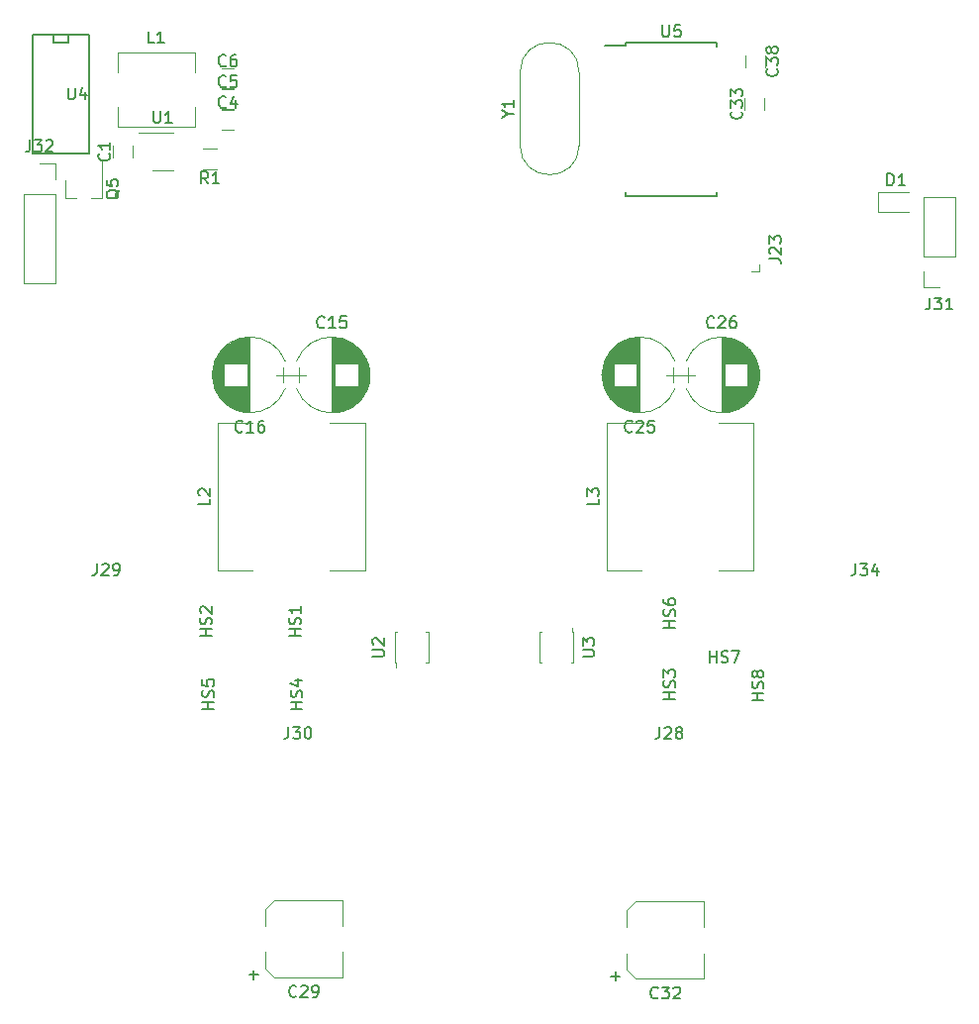
<source format=gto>
G04 #@! TF.GenerationSoftware,KiCad,Pcbnew,(5.0.0)*
G04 #@! TF.CreationDate,2018-12-05T00:13:52-06:00*
G04 #@! TF.ProjectId,0002-ATX,303030322D4154582E6B696361645F70,0000*
G04 #@! TF.SameCoordinates,Original*
G04 #@! TF.FileFunction,Legend,Top*
G04 #@! TF.FilePolarity,Positive*
%FSLAX46Y46*%
G04 Gerber Fmt 4.6, Leading zero omitted, Abs format (unit mm)*
G04 Created by KiCad (PCBNEW (5.0.0)) date 12/05/18 00:13:52*
%MOMM*%
%LPD*%
G01*
G04 APERTURE LIST*
%ADD10C,0.120000*%
%ADD11C,0.150000*%
G04 APERTURE END LIST*
D10*
G04 #@! TO.C,C15*
X142316820Y-87593864D02*
G75*
G03X136281518Y-87593000I-3017820J-1179136D01*
G01*
X142316820Y-89952136D02*
G75*
G02X136281518Y-89953000I-3017820J1179136D01*
G01*
X142316820Y-89952136D02*
G75*
G03X142316482Y-87593000I-3017820J1179136D01*
G01*
X139299000Y-85573000D02*
X139299000Y-91973000D01*
X139339000Y-85573000D02*
X139339000Y-91973000D01*
X139379000Y-85573000D02*
X139379000Y-91973000D01*
X139419000Y-85575000D02*
X139419000Y-91971000D01*
X139459000Y-85576000D02*
X139459000Y-91970000D01*
X139499000Y-85579000D02*
X139499000Y-91967000D01*
X139539000Y-85581000D02*
X139539000Y-91965000D01*
X139579000Y-85585000D02*
X139579000Y-87793000D01*
X139579000Y-89753000D02*
X139579000Y-91961000D01*
X139619000Y-85588000D02*
X139619000Y-87793000D01*
X139619000Y-89753000D02*
X139619000Y-91958000D01*
X139659000Y-85593000D02*
X139659000Y-87793000D01*
X139659000Y-89753000D02*
X139659000Y-91953000D01*
X139699000Y-85597000D02*
X139699000Y-87793000D01*
X139699000Y-89753000D02*
X139699000Y-91949000D01*
X139739000Y-85603000D02*
X139739000Y-87793000D01*
X139739000Y-89753000D02*
X139739000Y-91943000D01*
X139779000Y-85608000D02*
X139779000Y-87793000D01*
X139779000Y-89753000D02*
X139779000Y-91938000D01*
X139819000Y-85615000D02*
X139819000Y-87793000D01*
X139819000Y-89753000D02*
X139819000Y-91931000D01*
X139859000Y-85621000D02*
X139859000Y-87793000D01*
X139859000Y-89753000D02*
X139859000Y-91925000D01*
X139899000Y-85629000D02*
X139899000Y-87793000D01*
X139899000Y-89753000D02*
X139899000Y-91917000D01*
X139939000Y-85636000D02*
X139939000Y-87793000D01*
X139939000Y-89753000D02*
X139939000Y-91910000D01*
X139979000Y-85645000D02*
X139979000Y-87793000D01*
X139979000Y-89753000D02*
X139979000Y-91901000D01*
X140020000Y-85654000D02*
X140020000Y-87793000D01*
X140020000Y-89753000D02*
X140020000Y-91892000D01*
X140060000Y-85663000D02*
X140060000Y-87793000D01*
X140060000Y-89753000D02*
X140060000Y-91883000D01*
X140100000Y-85673000D02*
X140100000Y-87793000D01*
X140100000Y-89753000D02*
X140100000Y-91873000D01*
X140140000Y-85683000D02*
X140140000Y-87793000D01*
X140140000Y-89753000D02*
X140140000Y-91863000D01*
X140180000Y-85694000D02*
X140180000Y-87793000D01*
X140180000Y-89753000D02*
X140180000Y-91852000D01*
X140220000Y-85706000D02*
X140220000Y-87793000D01*
X140220000Y-89753000D02*
X140220000Y-91840000D01*
X140260000Y-85718000D02*
X140260000Y-87793000D01*
X140260000Y-89753000D02*
X140260000Y-91828000D01*
X140300000Y-85731000D02*
X140300000Y-87793000D01*
X140300000Y-89753000D02*
X140300000Y-91815000D01*
X140340000Y-85744000D02*
X140340000Y-87793000D01*
X140340000Y-89753000D02*
X140340000Y-91802000D01*
X140380000Y-85758000D02*
X140380000Y-87793000D01*
X140380000Y-89753000D02*
X140380000Y-91788000D01*
X140420000Y-85772000D02*
X140420000Y-87793000D01*
X140420000Y-89753000D02*
X140420000Y-91774000D01*
X140460000Y-85787000D02*
X140460000Y-87793000D01*
X140460000Y-89753000D02*
X140460000Y-91759000D01*
X140500000Y-85803000D02*
X140500000Y-87793000D01*
X140500000Y-89753000D02*
X140500000Y-91743000D01*
X140540000Y-85819000D02*
X140540000Y-87793000D01*
X140540000Y-89753000D02*
X140540000Y-91727000D01*
X140580000Y-85836000D02*
X140580000Y-87793000D01*
X140580000Y-89753000D02*
X140580000Y-91710000D01*
X140620000Y-85854000D02*
X140620000Y-87793000D01*
X140620000Y-89753000D02*
X140620000Y-91692000D01*
X140660000Y-85872000D02*
X140660000Y-87793000D01*
X140660000Y-89753000D02*
X140660000Y-91674000D01*
X140700000Y-85891000D02*
X140700000Y-87793000D01*
X140700000Y-89753000D02*
X140700000Y-91655000D01*
X140740000Y-85910000D02*
X140740000Y-87793000D01*
X140740000Y-89753000D02*
X140740000Y-91636000D01*
X140780000Y-85930000D02*
X140780000Y-87793000D01*
X140780000Y-89753000D02*
X140780000Y-91616000D01*
X140820000Y-85951000D02*
X140820000Y-87793000D01*
X140820000Y-89753000D02*
X140820000Y-91595000D01*
X140860000Y-85973000D02*
X140860000Y-87793000D01*
X140860000Y-89753000D02*
X140860000Y-91573000D01*
X140900000Y-85995000D02*
X140900000Y-87793000D01*
X140900000Y-89753000D02*
X140900000Y-91551000D01*
X140940000Y-86018000D02*
X140940000Y-87793000D01*
X140940000Y-89753000D02*
X140940000Y-91528000D01*
X140980000Y-86042000D02*
X140980000Y-87793000D01*
X140980000Y-89753000D02*
X140980000Y-91504000D01*
X141020000Y-86067000D02*
X141020000Y-87793000D01*
X141020000Y-89753000D02*
X141020000Y-91479000D01*
X141060000Y-86092000D02*
X141060000Y-87793000D01*
X141060000Y-89753000D02*
X141060000Y-91454000D01*
X141100000Y-86119000D02*
X141100000Y-87793000D01*
X141100000Y-89753000D02*
X141100000Y-91427000D01*
X141140000Y-86146000D02*
X141140000Y-87793000D01*
X141140000Y-89753000D02*
X141140000Y-91400000D01*
X141180000Y-86174000D02*
X141180000Y-87793000D01*
X141180000Y-89753000D02*
X141180000Y-91372000D01*
X141220000Y-86203000D02*
X141220000Y-87793000D01*
X141220000Y-89753000D02*
X141220000Y-91343000D01*
X141260000Y-86233000D02*
X141260000Y-87793000D01*
X141260000Y-89753000D02*
X141260000Y-91313000D01*
X141300000Y-86263000D02*
X141300000Y-87793000D01*
X141300000Y-89753000D02*
X141300000Y-91283000D01*
X141340000Y-86295000D02*
X141340000Y-87793000D01*
X141340000Y-89753000D02*
X141340000Y-91251000D01*
X141380000Y-86328000D02*
X141380000Y-87793000D01*
X141380000Y-89753000D02*
X141380000Y-91218000D01*
X141420000Y-86362000D02*
X141420000Y-87793000D01*
X141420000Y-89753000D02*
X141420000Y-91184000D01*
X141460000Y-86398000D02*
X141460000Y-87793000D01*
X141460000Y-89753000D02*
X141460000Y-91148000D01*
X141500000Y-86434000D02*
X141500000Y-87793000D01*
X141500000Y-89753000D02*
X141500000Y-91112000D01*
X141540000Y-86472000D02*
X141540000Y-91074000D01*
X141580000Y-86511000D02*
X141580000Y-91035000D01*
X141620000Y-86551000D02*
X141620000Y-90995000D01*
X141660000Y-86593000D02*
X141660000Y-90953000D01*
X141700000Y-86636000D02*
X141700000Y-90910000D01*
X141740000Y-86681000D02*
X141740000Y-90865000D01*
X141780000Y-86728000D02*
X141780000Y-90818000D01*
X141820000Y-86776000D02*
X141820000Y-90770000D01*
X141860000Y-86827000D02*
X141860000Y-90719000D01*
X141900000Y-86879000D02*
X141900000Y-90667000D01*
X141940000Y-86934000D02*
X141940000Y-90612000D01*
X141980000Y-86992000D02*
X141980000Y-90554000D01*
X142020000Y-87052000D02*
X142020000Y-90494000D01*
X142060000Y-87115000D02*
X142060000Y-90431000D01*
X142100000Y-87182000D02*
X142100000Y-90364000D01*
X142140000Y-87253000D02*
X142140000Y-90293000D01*
X142180000Y-87328000D02*
X142180000Y-90218000D01*
X142220000Y-87409000D02*
X142220000Y-90137000D01*
X142260000Y-87495000D02*
X142260000Y-90051000D01*
X142300000Y-87589000D02*
X142300000Y-89957000D01*
X142340000Y-87692000D02*
X142340000Y-89854000D01*
X142380000Y-87807000D02*
X142380000Y-89739000D01*
X142420000Y-87939000D02*
X142420000Y-89607000D01*
X142460000Y-88097000D02*
X142460000Y-89449000D01*
X142500000Y-88305000D02*
X142500000Y-89241000D01*
X135849000Y-88773000D02*
X137049000Y-88773000D01*
X136449000Y-88123000D02*
X136449000Y-89423000D01*
G04 #@! TO.C,L3*
X162788000Y-92890000D02*
X165788000Y-92890000D01*
X162788000Y-105490000D02*
X162788000Y-92890000D01*
X165788000Y-105490000D02*
X162788000Y-105490000D01*
X175388000Y-105490000D02*
X172388000Y-105490000D01*
X175388000Y-92890000D02*
X175388000Y-105490000D01*
X172388000Y-92890000D02*
X175388000Y-92890000D01*
G04 #@! TO.C,C29*
X140206000Y-140270000D02*
X140206000Y-138090000D01*
X140206000Y-133670000D02*
X140206000Y-135850000D01*
X133606000Y-139510000D02*
X133606000Y-138090000D01*
X133606000Y-134430000D02*
X133606000Y-135850000D01*
X140206000Y-140270000D02*
X134366000Y-140270000D01*
X134366000Y-140270000D02*
X133606000Y-139510000D01*
X133606000Y-134430000D02*
X134366000Y-133670000D01*
X134366000Y-133670000D02*
X140206000Y-133670000D01*
G04 #@! TO.C,C4*
X130904000Y-66155200D02*
X129904000Y-66155200D01*
X129904000Y-67855200D02*
X130904000Y-67855200D01*
G04 #@! TO.C,C5*
X129904000Y-66077200D02*
X130904000Y-66077200D01*
X130904000Y-64377200D02*
X129904000Y-64377200D01*
G04 #@! TO.C,C6*
X130904000Y-62599200D02*
X129904000Y-62599200D01*
X129904000Y-64299200D02*
X130904000Y-64299200D01*
G04 #@! TO.C,U1*
X125716000Y-68062200D02*
X122766000Y-68062200D01*
X123916000Y-71282200D02*
X125716000Y-71282200D01*
G04 #@! TO.C,R1*
X129480000Y-71187200D02*
X128280000Y-71187200D01*
X128280000Y-69427200D02*
X129480000Y-69427200D01*
G04 #@! TO.C,C25*
X168478000Y-89423000D02*
X168478000Y-88123000D01*
X169078000Y-88773000D02*
X167878000Y-88773000D01*
X162427000Y-89241000D02*
X162427000Y-88305000D01*
X162467000Y-89449000D02*
X162467000Y-88097000D01*
X162507000Y-89607000D02*
X162507000Y-87939000D01*
X162547000Y-89739000D02*
X162547000Y-87807000D01*
X162587000Y-89854000D02*
X162587000Y-87692000D01*
X162627000Y-89957000D02*
X162627000Y-87589000D01*
X162667000Y-90051000D02*
X162667000Y-87495000D01*
X162707000Y-90137000D02*
X162707000Y-87409000D01*
X162747000Y-90218000D02*
X162747000Y-87328000D01*
X162787000Y-90293000D02*
X162787000Y-87253000D01*
X162827000Y-90364000D02*
X162827000Y-87182000D01*
X162867000Y-90431000D02*
X162867000Y-87115000D01*
X162907000Y-90494000D02*
X162907000Y-87052000D01*
X162947000Y-90554000D02*
X162947000Y-86992000D01*
X162987000Y-90612000D02*
X162987000Y-86934000D01*
X163027000Y-90667000D02*
X163027000Y-86879000D01*
X163067000Y-90719000D02*
X163067000Y-86827000D01*
X163107000Y-90770000D02*
X163107000Y-86776000D01*
X163147000Y-90818000D02*
X163147000Y-86728000D01*
X163187000Y-90865000D02*
X163187000Y-86681000D01*
X163227000Y-90910000D02*
X163227000Y-86636000D01*
X163267000Y-90953000D02*
X163267000Y-86593000D01*
X163307000Y-90995000D02*
X163307000Y-86551000D01*
X163347000Y-91035000D02*
X163347000Y-86511000D01*
X163387000Y-91074000D02*
X163387000Y-86472000D01*
X163427000Y-87793000D02*
X163427000Y-86434000D01*
X163427000Y-91112000D02*
X163427000Y-89753000D01*
X163467000Y-87793000D02*
X163467000Y-86398000D01*
X163467000Y-91148000D02*
X163467000Y-89753000D01*
X163507000Y-87793000D02*
X163507000Y-86362000D01*
X163507000Y-91184000D02*
X163507000Y-89753000D01*
X163547000Y-87793000D02*
X163547000Y-86328000D01*
X163547000Y-91218000D02*
X163547000Y-89753000D01*
X163587000Y-87793000D02*
X163587000Y-86295000D01*
X163587000Y-91251000D02*
X163587000Y-89753000D01*
X163627000Y-87793000D02*
X163627000Y-86263000D01*
X163627000Y-91283000D02*
X163627000Y-89753000D01*
X163667000Y-87793000D02*
X163667000Y-86233000D01*
X163667000Y-91313000D02*
X163667000Y-89753000D01*
X163707000Y-87793000D02*
X163707000Y-86203000D01*
X163707000Y-91343000D02*
X163707000Y-89753000D01*
X163747000Y-87793000D02*
X163747000Y-86174000D01*
X163747000Y-91372000D02*
X163747000Y-89753000D01*
X163787000Y-87793000D02*
X163787000Y-86146000D01*
X163787000Y-91400000D02*
X163787000Y-89753000D01*
X163827000Y-87793000D02*
X163827000Y-86119000D01*
X163827000Y-91427000D02*
X163827000Y-89753000D01*
X163867000Y-87793000D02*
X163867000Y-86092000D01*
X163867000Y-91454000D02*
X163867000Y-89753000D01*
X163907000Y-87793000D02*
X163907000Y-86067000D01*
X163907000Y-91479000D02*
X163907000Y-89753000D01*
X163947000Y-87793000D02*
X163947000Y-86042000D01*
X163947000Y-91504000D02*
X163947000Y-89753000D01*
X163987000Y-87793000D02*
X163987000Y-86018000D01*
X163987000Y-91528000D02*
X163987000Y-89753000D01*
X164027000Y-87793000D02*
X164027000Y-85995000D01*
X164027000Y-91551000D02*
X164027000Y-89753000D01*
X164067000Y-87793000D02*
X164067000Y-85973000D01*
X164067000Y-91573000D02*
X164067000Y-89753000D01*
X164107000Y-87793000D02*
X164107000Y-85951000D01*
X164107000Y-91595000D02*
X164107000Y-89753000D01*
X164147000Y-87793000D02*
X164147000Y-85930000D01*
X164147000Y-91616000D02*
X164147000Y-89753000D01*
X164187000Y-87793000D02*
X164187000Y-85910000D01*
X164187000Y-91636000D02*
X164187000Y-89753000D01*
X164227000Y-87793000D02*
X164227000Y-85891000D01*
X164227000Y-91655000D02*
X164227000Y-89753000D01*
X164267000Y-87793000D02*
X164267000Y-85872000D01*
X164267000Y-91674000D02*
X164267000Y-89753000D01*
X164307000Y-87793000D02*
X164307000Y-85854000D01*
X164307000Y-91692000D02*
X164307000Y-89753000D01*
X164347000Y-87793000D02*
X164347000Y-85836000D01*
X164347000Y-91710000D02*
X164347000Y-89753000D01*
X164387000Y-87793000D02*
X164387000Y-85819000D01*
X164387000Y-91727000D02*
X164387000Y-89753000D01*
X164427000Y-87793000D02*
X164427000Y-85803000D01*
X164427000Y-91743000D02*
X164427000Y-89753000D01*
X164467000Y-87793000D02*
X164467000Y-85787000D01*
X164467000Y-91759000D02*
X164467000Y-89753000D01*
X164507000Y-87793000D02*
X164507000Y-85772000D01*
X164507000Y-91774000D02*
X164507000Y-89753000D01*
X164547000Y-87793000D02*
X164547000Y-85758000D01*
X164547000Y-91788000D02*
X164547000Y-89753000D01*
X164587000Y-87793000D02*
X164587000Y-85744000D01*
X164587000Y-91802000D02*
X164587000Y-89753000D01*
X164627000Y-87793000D02*
X164627000Y-85731000D01*
X164627000Y-91815000D02*
X164627000Y-89753000D01*
X164667000Y-87793000D02*
X164667000Y-85718000D01*
X164667000Y-91828000D02*
X164667000Y-89753000D01*
X164707000Y-87793000D02*
X164707000Y-85706000D01*
X164707000Y-91840000D02*
X164707000Y-89753000D01*
X164747000Y-87793000D02*
X164747000Y-85694000D01*
X164747000Y-91852000D02*
X164747000Y-89753000D01*
X164787000Y-87793000D02*
X164787000Y-85683000D01*
X164787000Y-91863000D02*
X164787000Y-89753000D01*
X164827000Y-87793000D02*
X164827000Y-85673000D01*
X164827000Y-91873000D02*
X164827000Y-89753000D01*
X164867000Y-87793000D02*
X164867000Y-85663000D01*
X164867000Y-91883000D02*
X164867000Y-89753000D01*
X164907000Y-87793000D02*
X164907000Y-85654000D01*
X164907000Y-91892000D02*
X164907000Y-89753000D01*
X164948000Y-87793000D02*
X164948000Y-85645000D01*
X164948000Y-91901000D02*
X164948000Y-89753000D01*
X164988000Y-87793000D02*
X164988000Y-85636000D01*
X164988000Y-91910000D02*
X164988000Y-89753000D01*
X165028000Y-87793000D02*
X165028000Y-85629000D01*
X165028000Y-91917000D02*
X165028000Y-89753000D01*
X165068000Y-87793000D02*
X165068000Y-85621000D01*
X165068000Y-91925000D02*
X165068000Y-89753000D01*
X165108000Y-87793000D02*
X165108000Y-85615000D01*
X165108000Y-91931000D02*
X165108000Y-89753000D01*
X165148000Y-87793000D02*
X165148000Y-85608000D01*
X165148000Y-91938000D02*
X165148000Y-89753000D01*
X165188000Y-87793000D02*
X165188000Y-85603000D01*
X165188000Y-91943000D02*
X165188000Y-89753000D01*
X165228000Y-87793000D02*
X165228000Y-85597000D01*
X165228000Y-91949000D02*
X165228000Y-89753000D01*
X165268000Y-87793000D02*
X165268000Y-85593000D01*
X165268000Y-91953000D02*
X165268000Y-89753000D01*
X165308000Y-87793000D02*
X165308000Y-85588000D01*
X165308000Y-91958000D02*
X165308000Y-89753000D01*
X165348000Y-87793000D02*
X165348000Y-85585000D01*
X165348000Y-91961000D02*
X165348000Y-89753000D01*
X165388000Y-91965000D02*
X165388000Y-85581000D01*
X165428000Y-91967000D02*
X165428000Y-85579000D01*
X165468000Y-91970000D02*
X165468000Y-85576000D01*
X165508000Y-91971000D02*
X165508000Y-85575000D01*
X165548000Y-91973000D02*
X165548000Y-85573000D01*
X165588000Y-91973000D02*
X165588000Y-85573000D01*
X165628000Y-91973000D02*
X165628000Y-85573000D01*
X162610180Y-87593864D02*
G75*
G03X162610518Y-89953000I3017820J-1179136D01*
G01*
X162610180Y-87593864D02*
G75*
G02X168645482Y-87593000I3017820J-1179136D01*
G01*
X162610180Y-89952136D02*
G75*
G03X168645482Y-89953000I3017820J1179136D01*
G01*
G04 #@! TO.C,C26*
X175653820Y-87593864D02*
G75*
G03X169618518Y-87593000I-3017820J-1179136D01*
G01*
X175653820Y-89952136D02*
G75*
G02X169618518Y-89953000I-3017820J1179136D01*
G01*
X175653820Y-89952136D02*
G75*
G03X175653482Y-87593000I-3017820J1179136D01*
G01*
X172636000Y-85573000D02*
X172636000Y-91973000D01*
X172676000Y-85573000D02*
X172676000Y-91973000D01*
X172716000Y-85573000D02*
X172716000Y-91973000D01*
X172756000Y-85575000D02*
X172756000Y-91971000D01*
X172796000Y-85576000D02*
X172796000Y-91970000D01*
X172836000Y-85579000D02*
X172836000Y-91967000D01*
X172876000Y-85581000D02*
X172876000Y-91965000D01*
X172916000Y-85585000D02*
X172916000Y-87793000D01*
X172916000Y-89753000D02*
X172916000Y-91961000D01*
X172956000Y-85588000D02*
X172956000Y-87793000D01*
X172956000Y-89753000D02*
X172956000Y-91958000D01*
X172996000Y-85593000D02*
X172996000Y-87793000D01*
X172996000Y-89753000D02*
X172996000Y-91953000D01*
X173036000Y-85597000D02*
X173036000Y-87793000D01*
X173036000Y-89753000D02*
X173036000Y-91949000D01*
X173076000Y-85603000D02*
X173076000Y-87793000D01*
X173076000Y-89753000D02*
X173076000Y-91943000D01*
X173116000Y-85608000D02*
X173116000Y-87793000D01*
X173116000Y-89753000D02*
X173116000Y-91938000D01*
X173156000Y-85615000D02*
X173156000Y-87793000D01*
X173156000Y-89753000D02*
X173156000Y-91931000D01*
X173196000Y-85621000D02*
X173196000Y-87793000D01*
X173196000Y-89753000D02*
X173196000Y-91925000D01*
X173236000Y-85629000D02*
X173236000Y-87793000D01*
X173236000Y-89753000D02*
X173236000Y-91917000D01*
X173276000Y-85636000D02*
X173276000Y-87793000D01*
X173276000Y-89753000D02*
X173276000Y-91910000D01*
X173316000Y-85645000D02*
X173316000Y-87793000D01*
X173316000Y-89753000D02*
X173316000Y-91901000D01*
X173357000Y-85654000D02*
X173357000Y-87793000D01*
X173357000Y-89753000D02*
X173357000Y-91892000D01*
X173397000Y-85663000D02*
X173397000Y-87793000D01*
X173397000Y-89753000D02*
X173397000Y-91883000D01*
X173437000Y-85673000D02*
X173437000Y-87793000D01*
X173437000Y-89753000D02*
X173437000Y-91873000D01*
X173477000Y-85683000D02*
X173477000Y-87793000D01*
X173477000Y-89753000D02*
X173477000Y-91863000D01*
X173517000Y-85694000D02*
X173517000Y-87793000D01*
X173517000Y-89753000D02*
X173517000Y-91852000D01*
X173557000Y-85706000D02*
X173557000Y-87793000D01*
X173557000Y-89753000D02*
X173557000Y-91840000D01*
X173597000Y-85718000D02*
X173597000Y-87793000D01*
X173597000Y-89753000D02*
X173597000Y-91828000D01*
X173637000Y-85731000D02*
X173637000Y-87793000D01*
X173637000Y-89753000D02*
X173637000Y-91815000D01*
X173677000Y-85744000D02*
X173677000Y-87793000D01*
X173677000Y-89753000D02*
X173677000Y-91802000D01*
X173717000Y-85758000D02*
X173717000Y-87793000D01*
X173717000Y-89753000D02*
X173717000Y-91788000D01*
X173757000Y-85772000D02*
X173757000Y-87793000D01*
X173757000Y-89753000D02*
X173757000Y-91774000D01*
X173797000Y-85787000D02*
X173797000Y-87793000D01*
X173797000Y-89753000D02*
X173797000Y-91759000D01*
X173837000Y-85803000D02*
X173837000Y-87793000D01*
X173837000Y-89753000D02*
X173837000Y-91743000D01*
X173877000Y-85819000D02*
X173877000Y-87793000D01*
X173877000Y-89753000D02*
X173877000Y-91727000D01*
X173917000Y-85836000D02*
X173917000Y-87793000D01*
X173917000Y-89753000D02*
X173917000Y-91710000D01*
X173957000Y-85854000D02*
X173957000Y-87793000D01*
X173957000Y-89753000D02*
X173957000Y-91692000D01*
X173997000Y-85872000D02*
X173997000Y-87793000D01*
X173997000Y-89753000D02*
X173997000Y-91674000D01*
X174037000Y-85891000D02*
X174037000Y-87793000D01*
X174037000Y-89753000D02*
X174037000Y-91655000D01*
X174077000Y-85910000D02*
X174077000Y-87793000D01*
X174077000Y-89753000D02*
X174077000Y-91636000D01*
X174117000Y-85930000D02*
X174117000Y-87793000D01*
X174117000Y-89753000D02*
X174117000Y-91616000D01*
X174157000Y-85951000D02*
X174157000Y-87793000D01*
X174157000Y-89753000D02*
X174157000Y-91595000D01*
X174197000Y-85973000D02*
X174197000Y-87793000D01*
X174197000Y-89753000D02*
X174197000Y-91573000D01*
X174237000Y-85995000D02*
X174237000Y-87793000D01*
X174237000Y-89753000D02*
X174237000Y-91551000D01*
X174277000Y-86018000D02*
X174277000Y-87793000D01*
X174277000Y-89753000D02*
X174277000Y-91528000D01*
X174317000Y-86042000D02*
X174317000Y-87793000D01*
X174317000Y-89753000D02*
X174317000Y-91504000D01*
X174357000Y-86067000D02*
X174357000Y-87793000D01*
X174357000Y-89753000D02*
X174357000Y-91479000D01*
X174397000Y-86092000D02*
X174397000Y-87793000D01*
X174397000Y-89753000D02*
X174397000Y-91454000D01*
X174437000Y-86119000D02*
X174437000Y-87793000D01*
X174437000Y-89753000D02*
X174437000Y-91427000D01*
X174477000Y-86146000D02*
X174477000Y-87793000D01*
X174477000Y-89753000D02*
X174477000Y-91400000D01*
X174517000Y-86174000D02*
X174517000Y-87793000D01*
X174517000Y-89753000D02*
X174517000Y-91372000D01*
X174557000Y-86203000D02*
X174557000Y-87793000D01*
X174557000Y-89753000D02*
X174557000Y-91343000D01*
X174597000Y-86233000D02*
X174597000Y-87793000D01*
X174597000Y-89753000D02*
X174597000Y-91313000D01*
X174637000Y-86263000D02*
X174637000Y-87793000D01*
X174637000Y-89753000D02*
X174637000Y-91283000D01*
X174677000Y-86295000D02*
X174677000Y-87793000D01*
X174677000Y-89753000D02*
X174677000Y-91251000D01*
X174717000Y-86328000D02*
X174717000Y-87793000D01*
X174717000Y-89753000D02*
X174717000Y-91218000D01*
X174757000Y-86362000D02*
X174757000Y-87793000D01*
X174757000Y-89753000D02*
X174757000Y-91184000D01*
X174797000Y-86398000D02*
X174797000Y-87793000D01*
X174797000Y-89753000D02*
X174797000Y-91148000D01*
X174837000Y-86434000D02*
X174837000Y-87793000D01*
X174837000Y-89753000D02*
X174837000Y-91112000D01*
X174877000Y-86472000D02*
X174877000Y-91074000D01*
X174917000Y-86511000D02*
X174917000Y-91035000D01*
X174957000Y-86551000D02*
X174957000Y-90995000D01*
X174997000Y-86593000D02*
X174997000Y-90953000D01*
X175037000Y-86636000D02*
X175037000Y-90910000D01*
X175077000Y-86681000D02*
X175077000Y-90865000D01*
X175117000Y-86728000D02*
X175117000Y-90818000D01*
X175157000Y-86776000D02*
X175157000Y-90770000D01*
X175197000Y-86827000D02*
X175197000Y-90719000D01*
X175237000Y-86879000D02*
X175237000Y-90667000D01*
X175277000Y-86934000D02*
X175277000Y-90612000D01*
X175317000Y-86992000D02*
X175317000Y-90554000D01*
X175357000Y-87052000D02*
X175357000Y-90494000D01*
X175397000Y-87115000D02*
X175397000Y-90431000D01*
X175437000Y-87182000D02*
X175437000Y-90364000D01*
X175477000Y-87253000D02*
X175477000Y-90293000D01*
X175517000Y-87328000D02*
X175517000Y-90218000D01*
X175557000Y-87409000D02*
X175557000Y-90137000D01*
X175597000Y-87495000D02*
X175597000Y-90051000D01*
X175637000Y-87589000D02*
X175637000Y-89957000D01*
X175677000Y-87692000D02*
X175677000Y-89854000D01*
X175717000Y-87807000D02*
X175717000Y-89739000D01*
X175757000Y-87939000D02*
X175757000Y-89607000D01*
X175797000Y-88097000D02*
X175797000Y-89449000D01*
X175837000Y-88305000D02*
X175837000Y-89241000D01*
X169186000Y-88773000D02*
X170386000Y-88773000D01*
X169786000Y-88123000D02*
X169786000Y-89423000D01*
G04 #@! TO.C,C32*
X171130000Y-140396000D02*
X171130000Y-138216000D01*
X171130000Y-133796000D02*
X171130000Y-135976000D01*
X164530000Y-139636000D02*
X164530000Y-138216000D01*
X164530000Y-134556000D02*
X164530000Y-135976000D01*
X171130000Y-140396000D02*
X165290000Y-140396000D01*
X165290000Y-140396000D02*
X164530000Y-139636000D01*
X164530000Y-134556000D02*
X165290000Y-133796000D01*
X165290000Y-133796000D02*
X171130000Y-133796000D01*
G04 #@! TO.C,U3*
X157050000Y-110778000D02*
X157050000Y-113378000D01*
X157050000Y-113378000D02*
X157250000Y-113378000D01*
X159750000Y-113378000D02*
X159950000Y-113378000D01*
X159950000Y-113378000D02*
X159950000Y-110778000D01*
X159950000Y-110778000D02*
X159850000Y-110778000D01*
X159850000Y-110778000D02*
X159850000Y-110378000D01*
X157050000Y-110778000D02*
X157250000Y-110778000D01*
D11*
G04 #@! TO.C,U4*
X115468000Y-60325000D02*
X115468000Y-59690000D01*
X116738000Y-60325000D02*
X115468000Y-60325000D01*
X116738000Y-59690000D02*
X116738000Y-60325000D01*
X118516000Y-59690000D02*
X118516000Y-69850000D01*
X113690000Y-59690000D02*
X118516000Y-59690000D01*
X113690000Y-69850000D02*
X113690000Y-59690000D01*
X118516000Y-69850000D02*
X113690000Y-69850000D01*
D10*
G04 #@! TO.C,Q5*
X116494000Y-73634000D02*
X117424000Y-73634000D01*
X119654000Y-73634000D02*
X118724000Y-73634000D01*
X119654000Y-73634000D02*
X119654000Y-70474000D01*
X116494000Y-73634000D02*
X116494000Y-72174000D01*
G04 #@! TO.C,C16*
X135140000Y-89423000D02*
X135140000Y-88123000D01*
X135740000Y-88773000D02*
X134540000Y-88773000D01*
X129089000Y-89241000D02*
X129089000Y-88305000D01*
X129129000Y-89449000D02*
X129129000Y-88097000D01*
X129169000Y-89607000D02*
X129169000Y-87939000D01*
X129209000Y-89739000D02*
X129209000Y-87807000D01*
X129249000Y-89854000D02*
X129249000Y-87692000D01*
X129289000Y-89957000D02*
X129289000Y-87589000D01*
X129329000Y-90051000D02*
X129329000Y-87495000D01*
X129369000Y-90137000D02*
X129369000Y-87409000D01*
X129409000Y-90218000D02*
X129409000Y-87328000D01*
X129449000Y-90293000D02*
X129449000Y-87253000D01*
X129489000Y-90364000D02*
X129489000Y-87182000D01*
X129529000Y-90431000D02*
X129529000Y-87115000D01*
X129569000Y-90494000D02*
X129569000Y-87052000D01*
X129609000Y-90554000D02*
X129609000Y-86992000D01*
X129649000Y-90612000D02*
X129649000Y-86934000D01*
X129689000Y-90667000D02*
X129689000Y-86879000D01*
X129729000Y-90719000D02*
X129729000Y-86827000D01*
X129769000Y-90770000D02*
X129769000Y-86776000D01*
X129809000Y-90818000D02*
X129809000Y-86728000D01*
X129849000Y-90865000D02*
X129849000Y-86681000D01*
X129889000Y-90910000D02*
X129889000Y-86636000D01*
X129929000Y-90953000D02*
X129929000Y-86593000D01*
X129969000Y-90995000D02*
X129969000Y-86551000D01*
X130009000Y-91035000D02*
X130009000Y-86511000D01*
X130049000Y-91074000D02*
X130049000Y-86472000D01*
X130089000Y-87793000D02*
X130089000Y-86434000D01*
X130089000Y-91112000D02*
X130089000Y-89753000D01*
X130129000Y-87793000D02*
X130129000Y-86398000D01*
X130129000Y-91148000D02*
X130129000Y-89753000D01*
X130169000Y-87793000D02*
X130169000Y-86362000D01*
X130169000Y-91184000D02*
X130169000Y-89753000D01*
X130209000Y-87793000D02*
X130209000Y-86328000D01*
X130209000Y-91218000D02*
X130209000Y-89753000D01*
X130249000Y-87793000D02*
X130249000Y-86295000D01*
X130249000Y-91251000D02*
X130249000Y-89753000D01*
X130289000Y-87793000D02*
X130289000Y-86263000D01*
X130289000Y-91283000D02*
X130289000Y-89753000D01*
X130329000Y-87793000D02*
X130329000Y-86233000D01*
X130329000Y-91313000D02*
X130329000Y-89753000D01*
X130369000Y-87793000D02*
X130369000Y-86203000D01*
X130369000Y-91343000D02*
X130369000Y-89753000D01*
X130409000Y-87793000D02*
X130409000Y-86174000D01*
X130409000Y-91372000D02*
X130409000Y-89753000D01*
X130449000Y-87793000D02*
X130449000Y-86146000D01*
X130449000Y-91400000D02*
X130449000Y-89753000D01*
X130489000Y-87793000D02*
X130489000Y-86119000D01*
X130489000Y-91427000D02*
X130489000Y-89753000D01*
X130529000Y-87793000D02*
X130529000Y-86092000D01*
X130529000Y-91454000D02*
X130529000Y-89753000D01*
X130569000Y-87793000D02*
X130569000Y-86067000D01*
X130569000Y-91479000D02*
X130569000Y-89753000D01*
X130609000Y-87793000D02*
X130609000Y-86042000D01*
X130609000Y-91504000D02*
X130609000Y-89753000D01*
X130649000Y-87793000D02*
X130649000Y-86018000D01*
X130649000Y-91528000D02*
X130649000Y-89753000D01*
X130689000Y-87793000D02*
X130689000Y-85995000D01*
X130689000Y-91551000D02*
X130689000Y-89753000D01*
X130729000Y-87793000D02*
X130729000Y-85973000D01*
X130729000Y-91573000D02*
X130729000Y-89753000D01*
X130769000Y-87793000D02*
X130769000Y-85951000D01*
X130769000Y-91595000D02*
X130769000Y-89753000D01*
X130809000Y-87793000D02*
X130809000Y-85930000D01*
X130809000Y-91616000D02*
X130809000Y-89753000D01*
X130849000Y-87793000D02*
X130849000Y-85910000D01*
X130849000Y-91636000D02*
X130849000Y-89753000D01*
X130889000Y-87793000D02*
X130889000Y-85891000D01*
X130889000Y-91655000D02*
X130889000Y-89753000D01*
X130929000Y-87793000D02*
X130929000Y-85872000D01*
X130929000Y-91674000D02*
X130929000Y-89753000D01*
X130969000Y-87793000D02*
X130969000Y-85854000D01*
X130969000Y-91692000D02*
X130969000Y-89753000D01*
X131009000Y-87793000D02*
X131009000Y-85836000D01*
X131009000Y-91710000D02*
X131009000Y-89753000D01*
X131049000Y-87793000D02*
X131049000Y-85819000D01*
X131049000Y-91727000D02*
X131049000Y-89753000D01*
X131089000Y-87793000D02*
X131089000Y-85803000D01*
X131089000Y-91743000D02*
X131089000Y-89753000D01*
X131129000Y-87793000D02*
X131129000Y-85787000D01*
X131129000Y-91759000D02*
X131129000Y-89753000D01*
X131169000Y-87793000D02*
X131169000Y-85772000D01*
X131169000Y-91774000D02*
X131169000Y-89753000D01*
X131209000Y-87793000D02*
X131209000Y-85758000D01*
X131209000Y-91788000D02*
X131209000Y-89753000D01*
X131249000Y-87793000D02*
X131249000Y-85744000D01*
X131249000Y-91802000D02*
X131249000Y-89753000D01*
X131289000Y-87793000D02*
X131289000Y-85731000D01*
X131289000Y-91815000D02*
X131289000Y-89753000D01*
X131329000Y-87793000D02*
X131329000Y-85718000D01*
X131329000Y-91828000D02*
X131329000Y-89753000D01*
X131369000Y-87793000D02*
X131369000Y-85706000D01*
X131369000Y-91840000D02*
X131369000Y-89753000D01*
X131409000Y-87793000D02*
X131409000Y-85694000D01*
X131409000Y-91852000D02*
X131409000Y-89753000D01*
X131449000Y-87793000D02*
X131449000Y-85683000D01*
X131449000Y-91863000D02*
X131449000Y-89753000D01*
X131489000Y-87793000D02*
X131489000Y-85673000D01*
X131489000Y-91873000D02*
X131489000Y-89753000D01*
X131529000Y-87793000D02*
X131529000Y-85663000D01*
X131529000Y-91883000D02*
X131529000Y-89753000D01*
X131569000Y-87793000D02*
X131569000Y-85654000D01*
X131569000Y-91892000D02*
X131569000Y-89753000D01*
X131610000Y-87793000D02*
X131610000Y-85645000D01*
X131610000Y-91901000D02*
X131610000Y-89753000D01*
X131650000Y-87793000D02*
X131650000Y-85636000D01*
X131650000Y-91910000D02*
X131650000Y-89753000D01*
X131690000Y-87793000D02*
X131690000Y-85629000D01*
X131690000Y-91917000D02*
X131690000Y-89753000D01*
X131730000Y-87793000D02*
X131730000Y-85621000D01*
X131730000Y-91925000D02*
X131730000Y-89753000D01*
X131770000Y-87793000D02*
X131770000Y-85615000D01*
X131770000Y-91931000D02*
X131770000Y-89753000D01*
X131810000Y-87793000D02*
X131810000Y-85608000D01*
X131810000Y-91938000D02*
X131810000Y-89753000D01*
X131850000Y-87793000D02*
X131850000Y-85603000D01*
X131850000Y-91943000D02*
X131850000Y-89753000D01*
X131890000Y-87793000D02*
X131890000Y-85597000D01*
X131890000Y-91949000D02*
X131890000Y-89753000D01*
X131930000Y-87793000D02*
X131930000Y-85593000D01*
X131930000Y-91953000D02*
X131930000Y-89753000D01*
X131970000Y-87793000D02*
X131970000Y-85588000D01*
X131970000Y-91958000D02*
X131970000Y-89753000D01*
X132010000Y-87793000D02*
X132010000Y-85585000D01*
X132010000Y-91961000D02*
X132010000Y-89753000D01*
X132050000Y-91965000D02*
X132050000Y-85581000D01*
X132090000Y-91967000D02*
X132090000Y-85579000D01*
X132130000Y-91970000D02*
X132130000Y-85576000D01*
X132170000Y-91971000D02*
X132170000Y-85575000D01*
X132210000Y-91973000D02*
X132210000Y-85573000D01*
X132250000Y-91973000D02*
X132250000Y-85573000D01*
X132290000Y-91973000D02*
X132290000Y-85573000D01*
X129272180Y-87593864D02*
G75*
G03X129272518Y-89953000I3017820J-1179136D01*
G01*
X129272180Y-87593864D02*
G75*
G02X135307482Y-87593000I3017820J-1179136D01*
G01*
X129272180Y-89952136D02*
G75*
G03X135307482Y-89953000I3017820J1179136D01*
G01*
G04 #@! TO.C,L2*
X129539000Y-92890000D02*
X132539000Y-92890000D01*
X129539000Y-105490000D02*
X129539000Y-92890000D01*
X132539000Y-105490000D02*
X129539000Y-105490000D01*
X142139000Y-105490000D02*
X139139000Y-105490000D01*
X142139000Y-92890000D02*
X142139000Y-105490000D01*
X139139000Y-92890000D02*
X142139000Y-92890000D01*
G04 #@! TO.C,U2*
X147560000Y-113378000D02*
X147560000Y-110778000D01*
X147560000Y-110778000D02*
X147360000Y-110778000D01*
X144860000Y-110778000D02*
X144660000Y-110778000D01*
X144660000Y-110778000D02*
X144660000Y-113378000D01*
X144660000Y-113378000D02*
X144760000Y-113378000D01*
X144760000Y-113378000D02*
X144760000Y-113778000D01*
X147560000Y-113378000D02*
X147360000Y-113378000D01*
G04 #@! TO.C,C1*
X122237000Y-70188200D02*
X122237000Y-69188200D01*
X120537000Y-69188200D02*
X120537000Y-70188200D01*
G04 #@! TO.C,C33*
X174600000Y-65111500D02*
X174600000Y-66111500D01*
X176300000Y-66111500D02*
X176300000Y-65111500D01*
G04 #@! TO.C,C38*
X174664000Y-61460000D02*
X174664000Y-62460000D01*
X176364000Y-62460000D02*
X176364000Y-61460000D01*
G04 #@! TO.C,D1*
X186054000Y-73114800D02*
X186054000Y-74814800D01*
X186054000Y-74814800D02*
X188604000Y-74814800D01*
X186054000Y-73114800D02*
X188604000Y-73114800D01*
G04 #@! TO.C,J23*
X175832000Y-79946500D02*
X175197000Y-79946500D01*
X175832000Y-79311500D02*
X175832000Y-79946500D01*
D11*
G04 #@! TO.C,U5*
X164463000Y-60354000D02*
X164463000Y-60604000D01*
X172213000Y-60354000D02*
X172213000Y-60689000D01*
X172213000Y-73504000D02*
X172213000Y-73169000D01*
X164463000Y-73504000D02*
X164463000Y-73169000D01*
X164463000Y-60354000D02*
X172213000Y-60354000D01*
X164463000Y-73504000D02*
X172213000Y-73504000D01*
X164463000Y-60604000D02*
X162663000Y-60604000D01*
D10*
G04 #@! TO.C,Y1*
X155399000Y-69138000D02*
X155399000Y-62888000D01*
X160449000Y-69138000D02*
X160449000Y-62888000D01*
X160449000Y-69138000D02*
G75*
G02X155399000Y-69138000I-2525000J0D01*
G01*
X160449000Y-62888000D02*
G75*
G03X155399000Y-62888000I-2525000J0D01*
G01*
G04 #@! TO.C,J32*
X112970000Y-73279000D02*
X115630000Y-73279000D01*
X112970000Y-73279000D02*
X112970000Y-80959000D01*
X112970000Y-80959000D02*
X115630000Y-80959000D01*
X115630000Y-73279000D02*
X115630000Y-80959000D01*
X115630000Y-70679000D02*
X115630000Y-72009000D01*
X114300000Y-70679000D02*
X115630000Y-70679000D01*
G04 #@! TO.C,L1*
X127564000Y-65889000D02*
X127564000Y-67589000D01*
X127564000Y-67589000D02*
X120964000Y-67589000D01*
X120964000Y-67589000D02*
X120964000Y-65889000D01*
X120964000Y-62889000D02*
X120964000Y-61189000D01*
X120964000Y-61189000D02*
X127564000Y-61189000D01*
X127564000Y-61189000D02*
X127564000Y-62889000D01*
G04 #@! TO.C,J31*
X192592000Y-78676500D02*
X189932000Y-78676500D01*
X192592000Y-78676500D02*
X192592000Y-73536500D01*
X192592000Y-73536500D02*
X189932000Y-73536500D01*
X189932000Y-78676500D02*
X189932000Y-73536500D01*
X189932000Y-81276500D02*
X189932000Y-79946500D01*
X191262000Y-81276500D02*
X189932000Y-81276500D01*
G04 #@! TO.C,C15*
D11*
X138656142Y-84670142D02*
X138608523Y-84717761D01*
X138465666Y-84765380D01*
X138370428Y-84765380D01*
X138227571Y-84717761D01*
X138132333Y-84622523D01*
X138084714Y-84527285D01*
X138037095Y-84336809D01*
X138037095Y-84193952D01*
X138084714Y-84003476D01*
X138132333Y-83908238D01*
X138227571Y-83813000D01*
X138370428Y-83765380D01*
X138465666Y-83765380D01*
X138608523Y-83813000D01*
X138656142Y-83860619D01*
X139608523Y-84765380D02*
X139037095Y-84765380D01*
X139322809Y-84765380D02*
X139322809Y-83765380D01*
X139227571Y-83908238D01*
X139132333Y-84003476D01*
X139037095Y-84051095D01*
X140513285Y-83765380D02*
X140037095Y-83765380D01*
X139989476Y-84241571D01*
X140037095Y-84193952D01*
X140132333Y-84146333D01*
X140370428Y-84146333D01*
X140465666Y-84193952D01*
X140513285Y-84241571D01*
X140560904Y-84336809D01*
X140560904Y-84574904D01*
X140513285Y-84670142D01*
X140465666Y-84717761D01*
X140370428Y-84765380D01*
X140132333Y-84765380D01*
X140037095Y-84717761D01*
X139989476Y-84670142D01*
G04 #@! TO.C,L3*
X162140380Y-99356666D02*
X162140380Y-99832857D01*
X161140380Y-99832857D01*
X161140380Y-99118571D02*
X161140380Y-98499523D01*
X161521333Y-98832857D01*
X161521333Y-98690000D01*
X161568952Y-98594761D01*
X161616571Y-98547142D01*
X161711809Y-98499523D01*
X161949904Y-98499523D01*
X162045142Y-98547142D01*
X162092761Y-98594761D01*
X162140380Y-98690000D01*
X162140380Y-98975714D01*
X162092761Y-99070952D01*
X162045142Y-99118571D01*
G04 #@! TO.C,C29*
X136263142Y-141887142D02*
X136215523Y-141934761D01*
X136072666Y-141982380D01*
X135977428Y-141982380D01*
X135834571Y-141934761D01*
X135739333Y-141839523D01*
X135691714Y-141744285D01*
X135644095Y-141553809D01*
X135644095Y-141410952D01*
X135691714Y-141220476D01*
X135739333Y-141125238D01*
X135834571Y-141030000D01*
X135977428Y-140982380D01*
X136072666Y-140982380D01*
X136215523Y-141030000D01*
X136263142Y-141077619D01*
X136644095Y-141077619D02*
X136691714Y-141030000D01*
X136786952Y-140982380D01*
X137025047Y-140982380D01*
X137120285Y-141030000D01*
X137167904Y-141077619D01*
X137215523Y-141172857D01*
X137215523Y-141268095D01*
X137167904Y-141410952D01*
X136596476Y-141982380D01*
X137215523Y-141982380D01*
X137691714Y-141982380D02*
X137882190Y-141982380D01*
X137977428Y-141934761D01*
X138025047Y-141887142D01*
X138120285Y-141744285D01*
X138167904Y-141553809D01*
X138167904Y-141172857D01*
X138120285Y-141077619D01*
X138072666Y-141030000D01*
X137977428Y-140982380D01*
X137786952Y-140982380D01*
X137691714Y-141030000D01*
X137644095Y-141077619D01*
X137596476Y-141172857D01*
X137596476Y-141410952D01*
X137644095Y-141506190D01*
X137691714Y-141553809D01*
X137786952Y-141601428D01*
X137977428Y-141601428D01*
X138072666Y-141553809D01*
X138120285Y-141506190D01*
X138167904Y-141410952D01*
X132245047Y-140051428D02*
X133006952Y-140051428D01*
X132626000Y-140432380D02*
X132626000Y-139670476D01*
G04 #@! TO.C,C4*
X130237333Y-65862342D02*
X130189714Y-65909961D01*
X130046857Y-65957580D01*
X129951619Y-65957580D01*
X129808761Y-65909961D01*
X129713523Y-65814723D01*
X129665904Y-65719485D01*
X129618285Y-65529009D01*
X129618285Y-65386152D01*
X129665904Y-65195676D01*
X129713523Y-65100438D01*
X129808761Y-65005200D01*
X129951619Y-64957580D01*
X130046857Y-64957580D01*
X130189714Y-65005200D01*
X130237333Y-65052819D01*
X131094476Y-65290914D02*
X131094476Y-65957580D01*
X130856380Y-64909961D02*
X130618285Y-65624247D01*
X131237333Y-65624247D01*
G04 #@! TO.C,C5*
X130237333Y-64084342D02*
X130189714Y-64131961D01*
X130046857Y-64179580D01*
X129951619Y-64179580D01*
X129808761Y-64131961D01*
X129713523Y-64036723D01*
X129665904Y-63941485D01*
X129618285Y-63751009D01*
X129618285Y-63608152D01*
X129665904Y-63417676D01*
X129713523Y-63322438D01*
X129808761Y-63227200D01*
X129951619Y-63179580D01*
X130046857Y-63179580D01*
X130189714Y-63227200D01*
X130237333Y-63274819D01*
X131142095Y-63179580D02*
X130665904Y-63179580D01*
X130618285Y-63655771D01*
X130665904Y-63608152D01*
X130761142Y-63560533D01*
X130999238Y-63560533D01*
X131094476Y-63608152D01*
X131142095Y-63655771D01*
X131189714Y-63751009D01*
X131189714Y-63989104D01*
X131142095Y-64084342D01*
X131094476Y-64131961D01*
X130999238Y-64179580D01*
X130761142Y-64179580D01*
X130665904Y-64131961D01*
X130618285Y-64084342D01*
G04 #@! TO.C,C6*
X130237333Y-62306342D02*
X130189714Y-62353961D01*
X130046857Y-62401580D01*
X129951619Y-62401580D01*
X129808761Y-62353961D01*
X129713523Y-62258723D01*
X129665904Y-62163485D01*
X129618285Y-61973009D01*
X129618285Y-61830152D01*
X129665904Y-61639676D01*
X129713523Y-61544438D01*
X129808761Y-61449200D01*
X129951619Y-61401580D01*
X130046857Y-61401580D01*
X130189714Y-61449200D01*
X130237333Y-61496819D01*
X131094476Y-61401580D02*
X130904000Y-61401580D01*
X130808761Y-61449200D01*
X130761142Y-61496819D01*
X130665904Y-61639676D01*
X130618285Y-61830152D01*
X130618285Y-62211104D01*
X130665904Y-62306342D01*
X130713523Y-62353961D01*
X130808761Y-62401580D01*
X130999238Y-62401580D01*
X131094476Y-62353961D01*
X131142095Y-62306342D01*
X131189714Y-62211104D01*
X131189714Y-61973009D01*
X131142095Y-61877771D01*
X131094476Y-61830152D01*
X130999238Y-61782533D01*
X130808761Y-61782533D01*
X130713523Y-61830152D01*
X130665904Y-61877771D01*
X130618285Y-61973009D01*
G04 #@! TO.C,U1*
X124054095Y-66224580D02*
X124054095Y-67034104D01*
X124101714Y-67129342D01*
X124149333Y-67176961D01*
X124244571Y-67224580D01*
X124435047Y-67224580D01*
X124530285Y-67176961D01*
X124577904Y-67129342D01*
X124625523Y-67034104D01*
X124625523Y-66224580D01*
X125625523Y-67224580D02*
X125054095Y-67224580D01*
X125339809Y-67224580D02*
X125339809Y-66224580D01*
X125244571Y-66367438D01*
X125149333Y-66462676D01*
X125054095Y-66510295D01*
G04 #@! TO.C,R1*
X128713333Y-72409580D02*
X128380000Y-71933390D01*
X128141904Y-72409580D02*
X128141904Y-71409580D01*
X128522857Y-71409580D01*
X128618095Y-71457200D01*
X128665714Y-71504819D01*
X128713333Y-71600057D01*
X128713333Y-71742914D01*
X128665714Y-71838152D01*
X128618095Y-71885771D01*
X128522857Y-71933390D01*
X128141904Y-71933390D01*
X129665714Y-72409580D02*
X129094285Y-72409580D01*
X129380000Y-72409580D02*
X129380000Y-71409580D01*
X129284761Y-71552438D01*
X129189523Y-71647676D01*
X129094285Y-71695295D01*
G04 #@! TO.C,C25*
X164985142Y-93590142D02*
X164937523Y-93637761D01*
X164794666Y-93685380D01*
X164699428Y-93685380D01*
X164556571Y-93637761D01*
X164461333Y-93542523D01*
X164413714Y-93447285D01*
X164366095Y-93256809D01*
X164366095Y-93113952D01*
X164413714Y-92923476D01*
X164461333Y-92828238D01*
X164556571Y-92733000D01*
X164699428Y-92685380D01*
X164794666Y-92685380D01*
X164937523Y-92733000D01*
X164985142Y-92780619D01*
X165366095Y-92780619D02*
X165413714Y-92733000D01*
X165508952Y-92685380D01*
X165747047Y-92685380D01*
X165842285Y-92733000D01*
X165889904Y-92780619D01*
X165937523Y-92875857D01*
X165937523Y-92971095D01*
X165889904Y-93113952D01*
X165318476Y-93685380D01*
X165937523Y-93685380D01*
X166842285Y-92685380D02*
X166366095Y-92685380D01*
X166318476Y-93161571D01*
X166366095Y-93113952D01*
X166461333Y-93066333D01*
X166699428Y-93066333D01*
X166794666Y-93113952D01*
X166842285Y-93161571D01*
X166889904Y-93256809D01*
X166889904Y-93494904D01*
X166842285Y-93590142D01*
X166794666Y-93637761D01*
X166699428Y-93685380D01*
X166461333Y-93685380D01*
X166366095Y-93637761D01*
X166318476Y-93590142D01*
G04 #@! TO.C,C26*
X171993142Y-84670142D02*
X171945523Y-84717761D01*
X171802666Y-84765380D01*
X171707428Y-84765380D01*
X171564571Y-84717761D01*
X171469333Y-84622523D01*
X171421714Y-84527285D01*
X171374095Y-84336809D01*
X171374095Y-84193952D01*
X171421714Y-84003476D01*
X171469333Y-83908238D01*
X171564571Y-83813000D01*
X171707428Y-83765380D01*
X171802666Y-83765380D01*
X171945523Y-83813000D01*
X171993142Y-83860619D01*
X172374095Y-83860619D02*
X172421714Y-83813000D01*
X172516952Y-83765380D01*
X172755047Y-83765380D01*
X172850285Y-83813000D01*
X172897904Y-83860619D01*
X172945523Y-83955857D01*
X172945523Y-84051095D01*
X172897904Y-84193952D01*
X172326476Y-84765380D01*
X172945523Y-84765380D01*
X173802666Y-83765380D02*
X173612190Y-83765380D01*
X173516952Y-83813000D01*
X173469333Y-83860619D01*
X173374095Y-84003476D01*
X173326476Y-84193952D01*
X173326476Y-84574904D01*
X173374095Y-84670142D01*
X173421714Y-84717761D01*
X173516952Y-84765380D01*
X173707428Y-84765380D01*
X173802666Y-84717761D01*
X173850285Y-84670142D01*
X173897904Y-84574904D01*
X173897904Y-84336809D01*
X173850285Y-84241571D01*
X173802666Y-84193952D01*
X173707428Y-84146333D01*
X173516952Y-84146333D01*
X173421714Y-84193952D01*
X173374095Y-84241571D01*
X173326476Y-84336809D01*
G04 #@! TO.C,C32*
X167187142Y-142013142D02*
X167139523Y-142060761D01*
X166996666Y-142108380D01*
X166901428Y-142108380D01*
X166758571Y-142060761D01*
X166663333Y-141965523D01*
X166615714Y-141870285D01*
X166568095Y-141679809D01*
X166568095Y-141536952D01*
X166615714Y-141346476D01*
X166663333Y-141251238D01*
X166758571Y-141156000D01*
X166901428Y-141108380D01*
X166996666Y-141108380D01*
X167139523Y-141156000D01*
X167187142Y-141203619D01*
X167520476Y-141108380D02*
X168139523Y-141108380D01*
X167806190Y-141489333D01*
X167949047Y-141489333D01*
X168044285Y-141536952D01*
X168091904Y-141584571D01*
X168139523Y-141679809D01*
X168139523Y-141917904D01*
X168091904Y-142013142D01*
X168044285Y-142060761D01*
X167949047Y-142108380D01*
X167663333Y-142108380D01*
X167568095Y-142060761D01*
X167520476Y-142013142D01*
X168520476Y-141203619D02*
X168568095Y-141156000D01*
X168663333Y-141108380D01*
X168901428Y-141108380D01*
X168996666Y-141156000D01*
X169044285Y-141203619D01*
X169091904Y-141298857D01*
X169091904Y-141394095D01*
X169044285Y-141536952D01*
X168472857Y-142108380D01*
X169091904Y-142108380D01*
X163169047Y-140177428D02*
X163930952Y-140177428D01*
X163550000Y-140558380D02*
X163550000Y-139796476D01*
G04 #@! TO.C,U3*
X160742380Y-112839904D02*
X161551904Y-112839904D01*
X161647142Y-112792285D01*
X161694761Y-112744666D01*
X161742380Y-112649428D01*
X161742380Y-112458952D01*
X161694761Y-112363714D01*
X161647142Y-112316095D01*
X161551904Y-112268476D01*
X160742380Y-112268476D01*
X160742380Y-111887523D02*
X160742380Y-111268476D01*
X161123333Y-111601809D01*
X161123333Y-111458952D01*
X161170952Y-111363714D01*
X161218571Y-111316095D01*
X161313809Y-111268476D01*
X161551904Y-111268476D01*
X161647142Y-111316095D01*
X161694761Y-111363714D01*
X161742380Y-111458952D01*
X161742380Y-111744666D01*
X161694761Y-111839904D01*
X161647142Y-111887523D01*
G04 #@! TO.C,U4*
X116738095Y-64222380D02*
X116738095Y-65031904D01*
X116785714Y-65127142D01*
X116833333Y-65174761D01*
X116928571Y-65222380D01*
X117119047Y-65222380D01*
X117214285Y-65174761D01*
X117261904Y-65127142D01*
X117309523Y-65031904D01*
X117309523Y-64222380D01*
X118214285Y-64555714D02*
X118214285Y-65222380D01*
X117976190Y-64174761D02*
X117738095Y-64889047D01*
X118357142Y-64889047D01*
G04 #@! TO.C,Q5*
X121121619Y-72969238D02*
X121074000Y-73064476D01*
X120978761Y-73159714D01*
X120835904Y-73302571D01*
X120788285Y-73397809D01*
X120788285Y-73493047D01*
X121026380Y-73445428D02*
X120978761Y-73540666D01*
X120883523Y-73635904D01*
X120693047Y-73683523D01*
X120359714Y-73683523D01*
X120169238Y-73635904D01*
X120074000Y-73540666D01*
X120026380Y-73445428D01*
X120026380Y-73254952D01*
X120074000Y-73159714D01*
X120169238Y-73064476D01*
X120359714Y-73016857D01*
X120693047Y-73016857D01*
X120883523Y-73064476D01*
X120978761Y-73159714D01*
X121026380Y-73254952D01*
X121026380Y-73445428D01*
X120026380Y-72112095D02*
X120026380Y-72588285D01*
X120502571Y-72635904D01*
X120454952Y-72588285D01*
X120407333Y-72493047D01*
X120407333Y-72254952D01*
X120454952Y-72159714D01*
X120502571Y-72112095D01*
X120597809Y-72064476D01*
X120835904Y-72064476D01*
X120931142Y-72112095D01*
X120978761Y-72159714D01*
X121026380Y-72254952D01*
X121026380Y-72493047D01*
X120978761Y-72588285D01*
X120931142Y-72635904D01*
G04 #@! TO.C,HS4*
X136775380Y-117308095D02*
X135775380Y-117308095D01*
X136251571Y-117308095D02*
X136251571Y-116736666D01*
X136775380Y-116736666D02*
X135775380Y-116736666D01*
X136727761Y-116308095D02*
X136775380Y-116165238D01*
X136775380Y-115927142D01*
X136727761Y-115831904D01*
X136680142Y-115784285D01*
X136584904Y-115736666D01*
X136489666Y-115736666D01*
X136394428Y-115784285D01*
X136346809Y-115831904D01*
X136299190Y-115927142D01*
X136251571Y-116117619D01*
X136203952Y-116212857D01*
X136156333Y-116260476D01*
X136061095Y-116308095D01*
X135965857Y-116308095D01*
X135870619Y-116260476D01*
X135823000Y-116212857D01*
X135775380Y-116117619D01*
X135775380Y-115879523D01*
X135823000Y-115736666D01*
X136108714Y-114879523D02*
X136775380Y-114879523D01*
X135727761Y-115117619D02*
X136442047Y-115355714D01*
X136442047Y-114736666D01*
G04 #@! TO.C,HS5*
X129218380Y-117308095D02*
X128218380Y-117308095D01*
X128694571Y-117308095D02*
X128694571Y-116736666D01*
X129218380Y-116736666D02*
X128218380Y-116736666D01*
X129170761Y-116308095D02*
X129218380Y-116165238D01*
X129218380Y-115927142D01*
X129170761Y-115831904D01*
X129123142Y-115784285D01*
X129027904Y-115736666D01*
X128932666Y-115736666D01*
X128837428Y-115784285D01*
X128789809Y-115831904D01*
X128742190Y-115927142D01*
X128694571Y-116117619D01*
X128646952Y-116212857D01*
X128599333Y-116260476D01*
X128504095Y-116308095D01*
X128408857Y-116308095D01*
X128313619Y-116260476D01*
X128266000Y-116212857D01*
X128218380Y-116117619D01*
X128218380Y-115879523D01*
X128266000Y-115736666D01*
X128218380Y-114831904D02*
X128218380Y-115308095D01*
X128694571Y-115355714D01*
X128646952Y-115308095D01*
X128599333Y-115212857D01*
X128599333Y-114974761D01*
X128646952Y-114879523D01*
X128694571Y-114831904D01*
X128789809Y-114784285D01*
X129027904Y-114784285D01*
X129123142Y-114831904D01*
X129170761Y-114879523D01*
X129218380Y-114974761D01*
X129218380Y-115212857D01*
X129170761Y-115308095D01*
X129123142Y-115355714D01*
G04 #@! TO.C,HS6*
X168675380Y-110402095D02*
X167675380Y-110402095D01*
X168151571Y-110402095D02*
X168151571Y-109830666D01*
X168675380Y-109830666D02*
X167675380Y-109830666D01*
X168627761Y-109402095D02*
X168675380Y-109259238D01*
X168675380Y-109021142D01*
X168627761Y-108925904D01*
X168580142Y-108878285D01*
X168484904Y-108830666D01*
X168389666Y-108830666D01*
X168294428Y-108878285D01*
X168246809Y-108925904D01*
X168199190Y-109021142D01*
X168151571Y-109211619D01*
X168103952Y-109306857D01*
X168056333Y-109354476D01*
X167961095Y-109402095D01*
X167865857Y-109402095D01*
X167770619Y-109354476D01*
X167723000Y-109306857D01*
X167675380Y-109211619D01*
X167675380Y-108973523D01*
X167723000Y-108830666D01*
X167675380Y-107973523D02*
X167675380Y-108164000D01*
X167723000Y-108259238D01*
X167770619Y-108306857D01*
X167913476Y-108402095D01*
X168103952Y-108449714D01*
X168484904Y-108449714D01*
X168580142Y-108402095D01*
X168627761Y-108354476D01*
X168675380Y-108259238D01*
X168675380Y-108068761D01*
X168627761Y-107973523D01*
X168580142Y-107925904D01*
X168484904Y-107878285D01*
X168246809Y-107878285D01*
X168151571Y-107925904D01*
X168103952Y-107973523D01*
X168056333Y-108068761D01*
X168056333Y-108259238D01*
X168103952Y-108354476D01*
X168151571Y-108402095D01*
X168246809Y-108449714D01*
G04 #@! TO.C,HS7*
X171600904Y-113366380D02*
X171600904Y-112366380D01*
X171600904Y-112842571D02*
X172172333Y-112842571D01*
X172172333Y-113366380D02*
X172172333Y-112366380D01*
X172600904Y-113318761D02*
X172743761Y-113366380D01*
X172981857Y-113366380D01*
X173077095Y-113318761D01*
X173124714Y-113271142D01*
X173172333Y-113175904D01*
X173172333Y-113080666D01*
X173124714Y-112985428D01*
X173077095Y-112937809D01*
X172981857Y-112890190D01*
X172791380Y-112842571D01*
X172696142Y-112794952D01*
X172648523Y-112747333D01*
X172600904Y-112652095D01*
X172600904Y-112556857D01*
X172648523Y-112461619D01*
X172696142Y-112414000D01*
X172791380Y-112366380D01*
X173029476Y-112366380D01*
X173172333Y-112414000D01*
X173505666Y-112366380D02*
X174172333Y-112366380D01*
X173743761Y-113366380D01*
G04 #@! TO.C,C16*
X131647142Y-93590142D02*
X131599523Y-93637761D01*
X131456666Y-93685380D01*
X131361428Y-93685380D01*
X131218571Y-93637761D01*
X131123333Y-93542523D01*
X131075714Y-93447285D01*
X131028095Y-93256809D01*
X131028095Y-93113952D01*
X131075714Y-92923476D01*
X131123333Y-92828238D01*
X131218571Y-92733000D01*
X131361428Y-92685380D01*
X131456666Y-92685380D01*
X131599523Y-92733000D01*
X131647142Y-92780619D01*
X132599523Y-93685380D02*
X132028095Y-93685380D01*
X132313809Y-93685380D02*
X132313809Y-92685380D01*
X132218571Y-92828238D01*
X132123333Y-92923476D01*
X132028095Y-92971095D01*
X133456666Y-92685380D02*
X133266190Y-92685380D01*
X133170952Y-92733000D01*
X133123333Y-92780619D01*
X133028095Y-92923476D01*
X132980476Y-93113952D01*
X132980476Y-93494904D01*
X133028095Y-93590142D01*
X133075714Y-93637761D01*
X133170952Y-93685380D01*
X133361428Y-93685380D01*
X133456666Y-93637761D01*
X133504285Y-93590142D01*
X133551904Y-93494904D01*
X133551904Y-93256809D01*
X133504285Y-93161571D01*
X133456666Y-93113952D01*
X133361428Y-93066333D01*
X133170952Y-93066333D01*
X133075714Y-93113952D01*
X133028095Y-93161571D01*
X132980476Y-93256809D01*
G04 #@! TO.C,L2*
X128891380Y-99356666D02*
X128891380Y-99832857D01*
X127891380Y-99832857D01*
X127986619Y-99070952D02*
X127939000Y-99023333D01*
X127891380Y-98928095D01*
X127891380Y-98690000D01*
X127939000Y-98594761D01*
X127986619Y-98547142D01*
X128081857Y-98499523D01*
X128177095Y-98499523D01*
X128319952Y-98547142D01*
X128891380Y-99118571D01*
X128891380Y-98499523D01*
G04 #@! TO.C,U2*
X142772380Y-112839904D02*
X143581904Y-112839904D01*
X143677142Y-112792285D01*
X143724761Y-112744666D01*
X143772380Y-112649428D01*
X143772380Y-112458952D01*
X143724761Y-112363714D01*
X143677142Y-112316095D01*
X143581904Y-112268476D01*
X142772380Y-112268476D01*
X142867619Y-111839904D02*
X142820000Y-111792285D01*
X142772380Y-111697047D01*
X142772380Y-111458952D01*
X142820000Y-111363714D01*
X142867619Y-111316095D01*
X142962857Y-111268476D01*
X143058095Y-111268476D01*
X143200952Y-111316095D01*
X143772380Y-111887523D01*
X143772380Y-111268476D01*
G04 #@! TO.C,C1*
X120244142Y-69854866D02*
X120291761Y-69902485D01*
X120339380Y-70045342D01*
X120339380Y-70140580D01*
X120291761Y-70283438D01*
X120196523Y-70378676D01*
X120101285Y-70426295D01*
X119910809Y-70473914D01*
X119767952Y-70473914D01*
X119577476Y-70426295D01*
X119482238Y-70378676D01*
X119387000Y-70283438D01*
X119339380Y-70140580D01*
X119339380Y-70045342D01*
X119387000Y-69902485D01*
X119434619Y-69854866D01*
X120339380Y-68902485D02*
X120339380Y-69473914D01*
X120339380Y-69188200D02*
X119339380Y-69188200D01*
X119482238Y-69283438D01*
X119577476Y-69378676D01*
X119625095Y-69473914D01*
G04 #@! TO.C,HS1*
X136648380Y-111085095D02*
X135648380Y-111085095D01*
X136124571Y-111085095D02*
X136124571Y-110513666D01*
X136648380Y-110513666D02*
X135648380Y-110513666D01*
X136600761Y-110085095D02*
X136648380Y-109942238D01*
X136648380Y-109704142D01*
X136600761Y-109608904D01*
X136553142Y-109561285D01*
X136457904Y-109513666D01*
X136362666Y-109513666D01*
X136267428Y-109561285D01*
X136219809Y-109608904D01*
X136172190Y-109704142D01*
X136124571Y-109894619D01*
X136076952Y-109989857D01*
X136029333Y-110037476D01*
X135934095Y-110085095D01*
X135838857Y-110085095D01*
X135743619Y-110037476D01*
X135696000Y-109989857D01*
X135648380Y-109894619D01*
X135648380Y-109656523D01*
X135696000Y-109513666D01*
X136648380Y-108561285D02*
X136648380Y-109132714D01*
X136648380Y-108847000D02*
X135648380Y-108847000D01*
X135791238Y-108942238D01*
X135886476Y-109037476D01*
X135934095Y-109132714D01*
G04 #@! TO.C,HS2*
X129028380Y-111085095D02*
X128028380Y-111085095D01*
X128504571Y-111085095D02*
X128504571Y-110513666D01*
X129028380Y-110513666D02*
X128028380Y-110513666D01*
X128980761Y-110085095D02*
X129028380Y-109942238D01*
X129028380Y-109704142D01*
X128980761Y-109608904D01*
X128933142Y-109561285D01*
X128837904Y-109513666D01*
X128742666Y-109513666D01*
X128647428Y-109561285D01*
X128599809Y-109608904D01*
X128552190Y-109704142D01*
X128504571Y-109894619D01*
X128456952Y-109989857D01*
X128409333Y-110037476D01*
X128314095Y-110085095D01*
X128218857Y-110085095D01*
X128123619Y-110037476D01*
X128076000Y-109989857D01*
X128028380Y-109894619D01*
X128028380Y-109656523D01*
X128076000Y-109513666D01*
X128123619Y-109132714D02*
X128076000Y-109085095D01*
X128028380Y-108989857D01*
X128028380Y-108751761D01*
X128076000Y-108656523D01*
X128123619Y-108608904D01*
X128218857Y-108561285D01*
X128314095Y-108561285D01*
X128456952Y-108608904D01*
X129028380Y-109180333D01*
X129028380Y-108561285D01*
G04 #@! TO.C,HS3*
X168675380Y-116498095D02*
X167675380Y-116498095D01*
X168151571Y-116498095D02*
X168151571Y-115926666D01*
X168675380Y-115926666D02*
X167675380Y-115926666D01*
X168627761Y-115498095D02*
X168675380Y-115355238D01*
X168675380Y-115117142D01*
X168627761Y-115021904D01*
X168580142Y-114974285D01*
X168484904Y-114926666D01*
X168389666Y-114926666D01*
X168294428Y-114974285D01*
X168246809Y-115021904D01*
X168199190Y-115117142D01*
X168151571Y-115307619D01*
X168103952Y-115402857D01*
X168056333Y-115450476D01*
X167961095Y-115498095D01*
X167865857Y-115498095D01*
X167770619Y-115450476D01*
X167723000Y-115402857D01*
X167675380Y-115307619D01*
X167675380Y-115069523D01*
X167723000Y-114926666D01*
X167675380Y-114593333D02*
X167675380Y-113974285D01*
X168056333Y-114307619D01*
X168056333Y-114164761D01*
X168103952Y-114069523D01*
X168151571Y-114021904D01*
X168246809Y-113974285D01*
X168484904Y-113974285D01*
X168580142Y-114021904D01*
X168627761Y-114069523D01*
X168675380Y-114164761D01*
X168675380Y-114450476D01*
X168627761Y-114545714D01*
X168580142Y-114593333D01*
G04 #@! TO.C,HS8*
X176232380Y-116562095D02*
X175232380Y-116562095D01*
X175708571Y-116562095D02*
X175708571Y-115990666D01*
X176232380Y-115990666D02*
X175232380Y-115990666D01*
X176184761Y-115562095D02*
X176232380Y-115419238D01*
X176232380Y-115181142D01*
X176184761Y-115085904D01*
X176137142Y-115038285D01*
X176041904Y-114990666D01*
X175946666Y-114990666D01*
X175851428Y-115038285D01*
X175803809Y-115085904D01*
X175756190Y-115181142D01*
X175708571Y-115371619D01*
X175660952Y-115466857D01*
X175613333Y-115514476D01*
X175518095Y-115562095D01*
X175422857Y-115562095D01*
X175327619Y-115514476D01*
X175280000Y-115466857D01*
X175232380Y-115371619D01*
X175232380Y-115133523D01*
X175280000Y-114990666D01*
X175660952Y-114419238D02*
X175613333Y-114514476D01*
X175565714Y-114562095D01*
X175470476Y-114609714D01*
X175422857Y-114609714D01*
X175327619Y-114562095D01*
X175280000Y-114514476D01*
X175232380Y-114419238D01*
X175232380Y-114228761D01*
X175280000Y-114133523D01*
X175327619Y-114085904D01*
X175422857Y-114038285D01*
X175470476Y-114038285D01*
X175565714Y-114085904D01*
X175613333Y-114133523D01*
X175660952Y-114228761D01*
X175660952Y-114419238D01*
X175708571Y-114514476D01*
X175756190Y-114562095D01*
X175851428Y-114609714D01*
X176041904Y-114609714D01*
X176137142Y-114562095D01*
X176184761Y-114514476D01*
X176232380Y-114419238D01*
X176232380Y-114228761D01*
X176184761Y-114133523D01*
X176137142Y-114085904D01*
X176041904Y-114038285D01*
X175851428Y-114038285D01*
X175756190Y-114085904D01*
X175708571Y-114133523D01*
X175660952Y-114228761D01*
G04 #@! TO.C,C33*
X174307142Y-66254357D02*
X174354761Y-66301976D01*
X174402380Y-66444833D01*
X174402380Y-66540071D01*
X174354761Y-66682928D01*
X174259523Y-66778166D01*
X174164285Y-66825785D01*
X173973809Y-66873404D01*
X173830952Y-66873404D01*
X173640476Y-66825785D01*
X173545238Y-66778166D01*
X173450000Y-66682928D01*
X173402380Y-66540071D01*
X173402380Y-66444833D01*
X173450000Y-66301976D01*
X173497619Y-66254357D01*
X173402380Y-65921023D02*
X173402380Y-65301976D01*
X173783333Y-65635309D01*
X173783333Y-65492452D01*
X173830952Y-65397214D01*
X173878571Y-65349595D01*
X173973809Y-65301976D01*
X174211904Y-65301976D01*
X174307142Y-65349595D01*
X174354761Y-65397214D01*
X174402380Y-65492452D01*
X174402380Y-65778166D01*
X174354761Y-65873404D01*
X174307142Y-65921023D01*
X173402380Y-64968642D02*
X173402380Y-64349595D01*
X173783333Y-64682928D01*
X173783333Y-64540071D01*
X173830952Y-64444833D01*
X173878571Y-64397214D01*
X173973809Y-64349595D01*
X174211904Y-64349595D01*
X174307142Y-64397214D01*
X174354761Y-64444833D01*
X174402380Y-64540071D01*
X174402380Y-64825785D01*
X174354761Y-64921023D01*
X174307142Y-64968642D01*
G04 #@! TO.C,C38*
X177371142Y-62602857D02*
X177418761Y-62650476D01*
X177466380Y-62793333D01*
X177466380Y-62888571D01*
X177418761Y-63031428D01*
X177323523Y-63126666D01*
X177228285Y-63174285D01*
X177037809Y-63221904D01*
X176894952Y-63221904D01*
X176704476Y-63174285D01*
X176609238Y-63126666D01*
X176514000Y-63031428D01*
X176466380Y-62888571D01*
X176466380Y-62793333D01*
X176514000Y-62650476D01*
X176561619Y-62602857D01*
X176466380Y-62269523D02*
X176466380Y-61650476D01*
X176847333Y-61983809D01*
X176847333Y-61840952D01*
X176894952Y-61745714D01*
X176942571Y-61698095D01*
X177037809Y-61650476D01*
X177275904Y-61650476D01*
X177371142Y-61698095D01*
X177418761Y-61745714D01*
X177466380Y-61840952D01*
X177466380Y-62126666D01*
X177418761Y-62221904D01*
X177371142Y-62269523D01*
X176894952Y-61079047D02*
X176847333Y-61174285D01*
X176799714Y-61221904D01*
X176704476Y-61269523D01*
X176656857Y-61269523D01*
X176561619Y-61221904D01*
X176514000Y-61174285D01*
X176466380Y-61079047D01*
X176466380Y-60888571D01*
X176514000Y-60793333D01*
X176561619Y-60745714D01*
X176656857Y-60698095D01*
X176704476Y-60698095D01*
X176799714Y-60745714D01*
X176847333Y-60793333D01*
X176894952Y-60888571D01*
X176894952Y-61079047D01*
X176942571Y-61174285D01*
X176990190Y-61221904D01*
X177085428Y-61269523D01*
X177275904Y-61269523D01*
X177371142Y-61221904D01*
X177418761Y-61174285D01*
X177466380Y-61079047D01*
X177466380Y-60888571D01*
X177418761Y-60793333D01*
X177371142Y-60745714D01*
X177275904Y-60698095D01*
X177085428Y-60698095D01*
X176990190Y-60745714D01*
X176942571Y-60793333D01*
X176894952Y-60888571D01*
G04 #@! TO.C,D1*
X186815904Y-72567180D02*
X186815904Y-71567180D01*
X187054000Y-71567180D01*
X187196857Y-71614800D01*
X187292095Y-71710038D01*
X187339714Y-71805276D01*
X187387333Y-71995752D01*
X187387333Y-72138609D01*
X187339714Y-72329085D01*
X187292095Y-72424323D01*
X187196857Y-72519561D01*
X187054000Y-72567180D01*
X186815904Y-72567180D01*
X188339714Y-72567180D02*
X187768285Y-72567180D01*
X188054000Y-72567180D02*
X188054000Y-71567180D01*
X187958761Y-71710038D01*
X187863523Y-71805276D01*
X187768285Y-71852895D01*
G04 #@! TO.C,J23*
X176714380Y-78851023D02*
X177428666Y-78851023D01*
X177571523Y-78898642D01*
X177666761Y-78993880D01*
X177714380Y-79136738D01*
X177714380Y-79231976D01*
X176809619Y-78422452D02*
X176762000Y-78374833D01*
X176714380Y-78279595D01*
X176714380Y-78041500D01*
X176762000Y-77946261D01*
X176809619Y-77898642D01*
X176904857Y-77851023D01*
X177000095Y-77851023D01*
X177142952Y-77898642D01*
X177714380Y-78470071D01*
X177714380Y-77851023D01*
X176714380Y-77517690D02*
X176714380Y-76898642D01*
X177095333Y-77231976D01*
X177095333Y-77089119D01*
X177142952Y-76993880D01*
X177190571Y-76946261D01*
X177285809Y-76898642D01*
X177523904Y-76898642D01*
X177619142Y-76946261D01*
X177666761Y-76993880D01*
X177714380Y-77089119D01*
X177714380Y-77374833D01*
X177666761Y-77470071D01*
X177619142Y-77517690D01*
G04 #@! TO.C,U5*
X167576095Y-58881380D02*
X167576095Y-59690904D01*
X167623714Y-59786142D01*
X167671333Y-59833761D01*
X167766571Y-59881380D01*
X167957047Y-59881380D01*
X168052285Y-59833761D01*
X168099904Y-59786142D01*
X168147523Y-59690904D01*
X168147523Y-58881380D01*
X169099904Y-58881380D02*
X168623714Y-58881380D01*
X168576095Y-59357571D01*
X168623714Y-59309952D01*
X168718952Y-59262333D01*
X168957047Y-59262333D01*
X169052285Y-59309952D01*
X169099904Y-59357571D01*
X169147523Y-59452809D01*
X169147523Y-59690904D01*
X169099904Y-59786142D01*
X169052285Y-59833761D01*
X168957047Y-59881380D01*
X168718952Y-59881380D01*
X168623714Y-59833761D01*
X168576095Y-59786142D01*
G04 #@! TO.C,Y1*
X154375190Y-66489190D02*
X154851380Y-66489190D01*
X153851380Y-66822523D02*
X154375190Y-66489190D01*
X153851380Y-66155857D01*
X154851380Y-65298714D02*
X154851380Y-65870142D01*
X154851380Y-65584428D02*
X153851380Y-65584428D01*
X153994238Y-65679666D01*
X154089476Y-65774904D01*
X154137095Y-65870142D01*
G04 #@! TO.C,J32*
X113490476Y-68691380D02*
X113490476Y-69405666D01*
X113442857Y-69548523D01*
X113347619Y-69643761D01*
X113204761Y-69691380D01*
X113109523Y-69691380D01*
X113871428Y-68691380D02*
X114490476Y-68691380D01*
X114157142Y-69072333D01*
X114300000Y-69072333D01*
X114395238Y-69119952D01*
X114442857Y-69167571D01*
X114490476Y-69262809D01*
X114490476Y-69500904D01*
X114442857Y-69596142D01*
X114395238Y-69643761D01*
X114300000Y-69691380D01*
X114014285Y-69691380D01*
X113919047Y-69643761D01*
X113871428Y-69596142D01*
X114871428Y-68786619D02*
X114919047Y-68739000D01*
X115014285Y-68691380D01*
X115252380Y-68691380D01*
X115347619Y-68739000D01*
X115395238Y-68786619D01*
X115442857Y-68881857D01*
X115442857Y-68977095D01*
X115395238Y-69119952D01*
X114823809Y-69691380D01*
X115442857Y-69691380D01*
G04 #@! TO.C,J28*
X167338476Y-118882380D02*
X167338476Y-119596666D01*
X167290857Y-119739523D01*
X167195619Y-119834761D01*
X167052761Y-119882380D01*
X166957523Y-119882380D01*
X167767047Y-118977619D02*
X167814666Y-118930000D01*
X167909904Y-118882380D01*
X168148000Y-118882380D01*
X168243238Y-118930000D01*
X168290857Y-118977619D01*
X168338476Y-119072857D01*
X168338476Y-119168095D01*
X168290857Y-119310952D01*
X167719428Y-119882380D01*
X168338476Y-119882380D01*
X168909904Y-119310952D02*
X168814666Y-119263333D01*
X168767047Y-119215714D01*
X168719428Y-119120476D01*
X168719428Y-119072857D01*
X168767047Y-118977619D01*
X168814666Y-118930000D01*
X168909904Y-118882380D01*
X169100380Y-118882380D01*
X169195619Y-118930000D01*
X169243238Y-118977619D01*
X169290857Y-119072857D01*
X169290857Y-119120476D01*
X169243238Y-119215714D01*
X169195619Y-119263333D01*
X169100380Y-119310952D01*
X168909904Y-119310952D01*
X168814666Y-119358571D01*
X168767047Y-119406190D01*
X168719428Y-119501428D01*
X168719428Y-119691904D01*
X168767047Y-119787142D01*
X168814666Y-119834761D01*
X168909904Y-119882380D01*
X169100380Y-119882380D01*
X169195619Y-119834761D01*
X169243238Y-119787142D01*
X169290857Y-119691904D01*
X169290857Y-119501428D01*
X169243238Y-119406190D01*
X169195619Y-119358571D01*
X169100380Y-119310952D01*
G04 #@! TO.C,J29*
X119205476Y-104912380D02*
X119205476Y-105626666D01*
X119157857Y-105769523D01*
X119062619Y-105864761D01*
X118919761Y-105912380D01*
X118824523Y-105912380D01*
X119634047Y-105007619D02*
X119681666Y-104960000D01*
X119776904Y-104912380D01*
X120015000Y-104912380D01*
X120110238Y-104960000D01*
X120157857Y-105007619D01*
X120205476Y-105102857D01*
X120205476Y-105198095D01*
X120157857Y-105340952D01*
X119586428Y-105912380D01*
X120205476Y-105912380D01*
X120681666Y-105912380D02*
X120872142Y-105912380D01*
X120967380Y-105864761D01*
X121015000Y-105817142D01*
X121110238Y-105674285D01*
X121157857Y-105483809D01*
X121157857Y-105102857D01*
X121110238Y-105007619D01*
X121062619Y-104960000D01*
X120967380Y-104912380D01*
X120776904Y-104912380D01*
X120681666Y-104960000D01*
X120634047Y-105007619D01*
X120586428Y-105102857D01*
X120586428Y-105340952D01*
X120634047Y-105436190D01*
X120681666Y-105483809D01*
X120776904Y-105531428D01*
X120967380Y-105531428D01*
X121062619Y-105483809D01*
X121110238Y-105436190D01*
X121157857Y-105340952D01*
G04 #@! TO.C,J30*
X135588476Y-118882380D02*
X135588476Y-119596666D01*
X135540857Y-119739523D01*
X135445619Y-119834761D01*
X135302761Y-119882380D01*
X135207523Y-119882380D01*
X135969428Y-118882380D02*
X136588476Y-118882380D01*
X136255142Y-119263333D01*
X136398000Y-119263333D01*
X136493238Y-119310952D01*
X136540857Y-119358571D01*
X136588476Y-119453809D01*
X136588476Y-119691904D01*
X136540857Y-119787142D01*
X136493238Y-119834761D01*
X136398000Y-119882380D01*
X136112285Y-119882380D01*
X136017047Y-119834761D01*
X135969428Y-119787142D01*
X137207523Y-118882380D02*
X137302761Y-118882380D01*
X137398000Y-118930000D01*
X137445619Y-118977619D01*
X137493238Y-119072857D01*
X137540857Y-119263333D01*
X137540857Y-119501428D01*
X137493238Y-119691904D01*
X137445619Y-119787142D01*
X137398000Y-119834761D01*
X137302761Y-119882380D01*
X137207523Y-119882380D01*
X137112285Y-119834761D01*
X137064666Y-119787142D01*
X137017047Y-119691904D01*
X136969428Y-119501428D01*
X136969428Y-119263333D01*
X137017047Y-119072857D01*
X137064666Y-118977619D01*
X137112285Y-118930000D01*
X137207523Y-118882380D01*
G04 #@! TO.C,J34*
X184102476Y-104912380D02*
X184102476Y-105626666D01*
X184054857Y-105769523D01*
X183959619Y-105864761D01*
X183816761Y-105912380D01*
X183721523Y-105912380D01*
X184483428Y-104912380D02*
X185102476Y-104912380D01*
X184769142Y-105293333D01*
X184912000Y-105293333D01*
X185007238Y-105340952D01*
X185054857Y-105388571D01*
X185102476Y-105483809D01*
X185102476Y-105721904D01*
X185054857Y-105817142D01*
X185007238Y-105864761D01*
X184912000Y-105912380D01*
X184626285Y-105912380D01*
X184531047Y-105864761D01*
X184483428Y-105817142D01*
X185959619Y-105245714D02*
X185959619Y-105912380D01*
X185721523Y-104864761D02*
X185483428Y-105579047D01*
X186102476Y-105579047D01*
G04 #@! TO.C,L1*
X124097333Y-60391380D02*
X123621142Y-60391380D01*
X123621142Y-59391380D01*
X124954476Y-60391380D02*
X124383047Y-60391380D01*
X124668761Y-60391380D02*
X124668761Y-59391380D01*
X124573523Y-59534238D01*
X124478285Y-59629476D01*
X124383047Y-59677095D01*
G04 #@! TO.C,J31*
X190452476Y-82168880D02*
X190452476Y-82883166D01*
X190404857Y-83026023D01*
X190309619Y-83121261D01*
X190166761Y-83168880D01*
X190071523Y-83168880D01*
X190833428Y-82168880D02*
X191452476Y-82168880D01*
X191119142Y-82549833D01*
X191262000Y-82549833D01*
X191357238Y-82597452D01*
X191404857Y-82645071D01*
X191452476Y-82740309D01*
X191452476Y-82978404D01*
X191404857Y-83073642D01*
X191357238Y-83121261D01*
X191262000Y-83168880D01*
X190976285Y-83168880D01*
X190881047Y-83121261D01*
X190833428Y-83073642D01*
X192404857Y-83168880D02*
X191833428Y-83168880D01*
X192119142Y-83168880D02*
X192119142Y-82168880D01*
X192023904Y-82311738D01*
X191928666Y-82406976D01*
X191833428Y-82454595D01*
G04 #@! TD*
M02*

</source>
